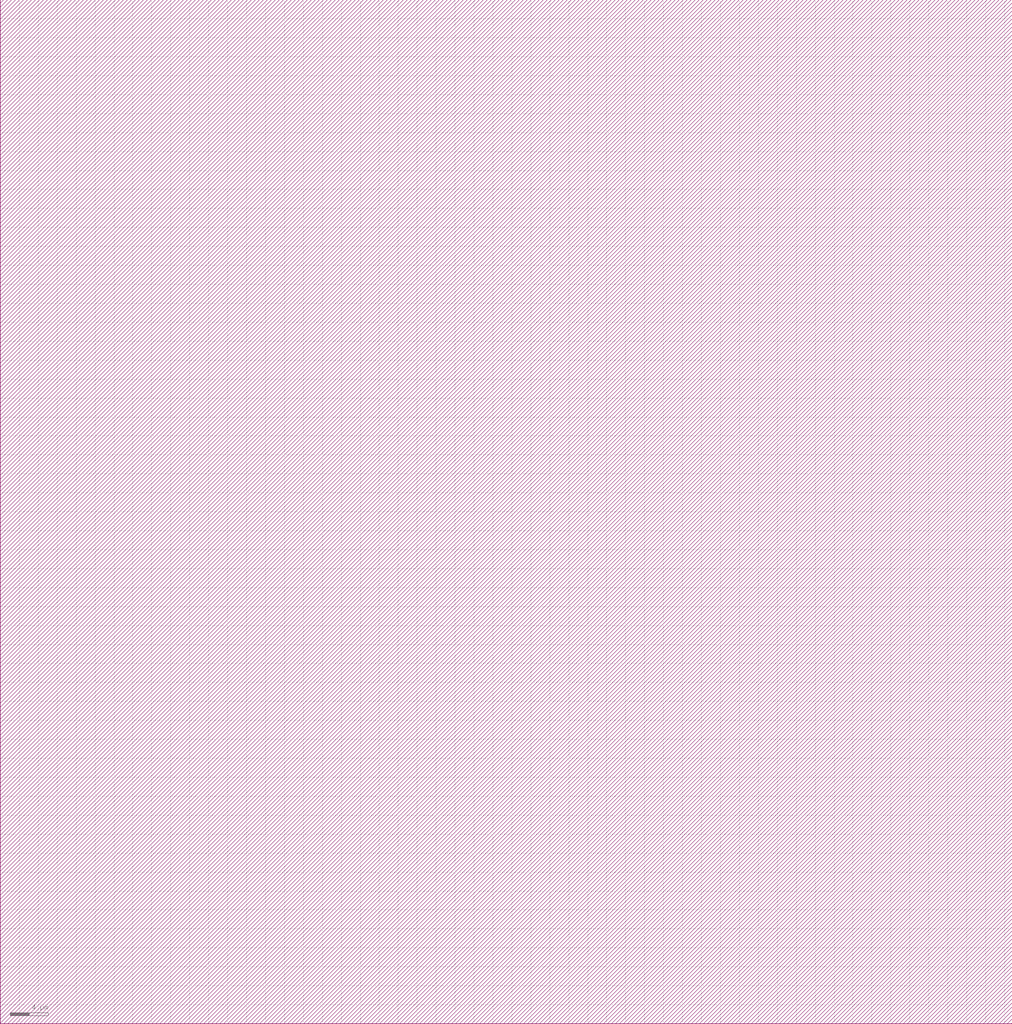
<source format=lef>
VERSION 5.6 ;

BUSBITCHARS "[]" ;

DIVIDERCHAR "/" ;

UNITS
    DATABASE MICRONS 1000 ;
END UNITS

MANUFACTURINGGRID 0.005000 ; 

CLEARANCEMEASURE EUCLIDEAN ; 

USEMINSPACING OBS ON ; 

SITE CoreSite
    CLASS CORE ;
    SIZE 0.600000 BY 0.300000 ;
END CoreSite

LAYER li
   TYPE ROUTING ;
   DIRECTION VERTICAL ;
   MINWIDTH 0.300000 ;
   AREA 0.056250 ;
   WIDTH 0.300000 ;
   SPACINGTABLE
      PARALLELRUNLENGTH 0.0
      WIDTH 0.0 0.225000 ;
   PITCH 0.600000 0.600000 ;
END li

LAYER mcon
    TYPE CUT ;
    SPACING 0.225000 ;
    WIDTH 0.300000 ;
    ENCLOSURE ABOVE 0.075000 0.075000 ;
    ENCLOSURE BELOW 0.000000 0.000000 ;
END mcon

LAYER met1
   TYPE ROUTING ;
   DIRECTION HORIZONTAL ;
   MINWIDTH 0.150000 ;
   AREA 0.084375 ;
   WIDTH 0.150000 ;
   SPACINGTABLE
      PARALLELRUNLENGTH 0.0
      WIDTH 0.0 0.150000 ;
   PITCH 0.300000 0.300000 ;
END met1

LAYER v1
    TYPE CUT ;
    SPACING 0.075000 ;
    WIDTH 0.300000 ;
    ENCLOSURE ABOVE 0.075000 0.075000 ;
    ENCLOSURE BELOW 0.075000 0.075000 ;
END v1

LAYER met2
   TYPE ROUTING ;
   DIRECTION VERTICAL ;
   MINWIDTH 0.150000 ;
   AREA 0.073125 ;
   WIDTH 0.150000 ;
   SPACINGTABLE
      PARALLELRUNLENGTH 0.0
      WIDTH 0.0 0.150000 ;
   PITCH 0.300000 0.300000 ;
END met2

LAYER v2
    TYPE CUT ;
    SPACING 0.150000 ;
    WIDTH 0.300000 ;
    ENCLOSURE ABOVE 0.075000 0.075000 ;
    ENCLOSURE BELOW 0.075000 0.000000 ;
END v2

LAYER met3
   TYPE ROUTING ;
   DIRECTION HORIZONTAL ;
   MINWIDTH 0.300000 ;
   AREA 0.241875 ;
   WIDTH 0.300000 ;
   SPACINGTABLE
      PARALLELRUNLENGTH 0.0
      WIDTH 0.0 0.300000 ;
   PITCH 0.600000 0.600000 ;
END met3

LAYER v3
    TYPE CUT ;
    SPACING 0.150000 ;
    WIDTH 0.450000 ;
    ENCLOSURE ABOVE 0.075000 0.075000 ;
    ENCLOSURE BELOW 0.075000 0.000000 ;
END v3

LAYER met4
   TYPE ROUTING ;
   DIRECTION VERTICAL ;
   MINWIDTH 0.300000 ;
   AREA 0.241875 ;
   WIDTH 0.300000 ;
   SPACINGTABLE
      PARALLELRUNLENGTH 0.0
      WIDTH 0.0 0.300000 ;
   PITCH 0.600000 0.600000 ;
END met4

LAYER v4
    TYPE CUT ;
    SPACING 0.450000 ;
    WIDTH 1.200000 ;
    ENCLOSURE ABOVE 0.150000 0.150000 ;
    ENCLOSURE BELOW 0.000000 0.000000 ;
END v4

LAYER met5
   TYPE ROUTING ;
   DIRECTION HORIZONTAL ;
   MINWIDTH 1.650000 ;
   AREA 4.005000 ;
   WIDTH 1.650000 ;
   SPACINGTABLE
      PARALLELRUNLENGTH 0.0
      WIDTH 0.0 1.650000 ;
   PITCH 3.300000 3.300000 ;
END met5

LAYER OVERLAP
   TYPE OVERLAP ;
END OVERLAP

VIA mcon_C DEFAULT
   LAYER li ;
     RECT -0.150000 -0.150000 0.150000 0.150000 ;
   LAYER mcon ;
     RECT -0.150000 -0.150000 0.150000 0.150000 ;
   LAYER met1 ;
     RECT -0.225000 -0.225000 0.225000 0.225000 ;
END mcon_C

VIA v1_C DEFAULT
   LAYER met1 ;
     RECT -0.225000 -0.225000 0.225000 0.225000 ;
   LAYER v1 ;
     RECT -0.150000 -0.150000 0.150000 0.150000 ;
   LAYER met2 ;
     RECT -0.225000 -0.225000 0.225000 0.225000 ;
END v1_C

VIA v2_C DEFAULT
   LAYER met2 ;
     RECT -0.150000 -0.225000 0.150000 0.225000 ;
   LAYER v2 ;
     RECT -0.150000 -0.150000 0.150000 0.150000 ;
   LAYER met3 ;
     RECT -0.225000 -0.225000 0.225000 0.225000 ;
END v2_C

VIA v2_Ch
   LAYER met2 ;
     RECT -0.225000 -0.150000 0.225000 0.150000 ;
   LAYER v2 ;
     RECT -0.150000 -0.150000 0.150000 0.150000 ;
   LAYER met3 ;
     RECT -0.225000 -0.225000 0.225000 0.225000 ;
END v2_Ch

VIA v2_Cv
   LAYER met2 ;
     RECT -0.150000 -0.225000 0.150000 0.225000 ;
   LAYER v2 ;
     RECT -0.150000 -0.150000 0.150000 0.150000 ;
   LAYER met3 ;
     RECT -0.225000 -0.225000 0.225000 0.225000 ;
END v2_Cv

VIA v3_C DEFAULT
   LAYER met3 ;
     RECT -0.300000 -0.225000 0.300000 0.225000 ;
   LAYER v3 ;
     RECT -0.225000 -0.225000 0.225000 0.225000 ;
   LAYER met4 ;
     RECT -0.300000 -0.300000 0.300000 0.300000 ;
END v3_C

VIA v3_Ch
   LAYER met3 ;
     RECT -0.300000 -0.225000 0.300000 0.225000 ;
   LAYER v3 ;
     RECT -0.225000 -0.225000 0.225000 0.225000 ;
   LAYER met4 ;
     RECT -0.300000 -0.300000 0.300000 0.300000 ;
END v3_Ch

VIA v3_Cv
   LAYER met3 ;
     RECT -0.300000 -0.225000 0.300000 0.225000 ;
   LAYER v3 ;
     RECT -0.225000 -0.225000 0.225000 0.225000 ;
   LAYER met4 ;
     RECT -0.300000 -0.300000 0.300000 0.300000 ;
END v3_Cv

VIA v4_C DEFAULT
   LAYER met4 ;
     RECT -0.600000 -0.600000 0.600000 0.600000 ;
   LAYER v4 ;
     RECT -0.600000 -0.600000 0.600000 0.600000 ;
   LAYER met5 ;
     RECT -0.750000 -0.750000 0.750000 0.750000 ;
END v4_C

MACRO _0_0std_0_0cells_0_0INVX1
    CLASS CORE ;
    FOREIGN _0_0std_0_0cells_0_0INVX1 0.000000 0.000000 ;
    ORIGIN 0.000000 0.000000 ;
    SIZE 1.800000 BY 3.000000 ;
    SYMMETRY X Y ;
    SITE CoreSite ;
    PIN A
        DIRECTION INPUT ;
        USE SIGNAL ;
        PORT
        LAYER li ;
        RECT 1.200000 2.550000 1.500000 2.625000 ;
        RECT 1.200000 2.325000 1.425000 2.550000 ;
        RECT 1.200000 2.100000 1.500000 2.325000 ;
        RECT 1.425000 2.325000 1.500000 2.550000 ;
        END
        ANTENNAGATEAREA 0.157500 ;
    END A
    PIN Y
        DIRECTION OUTPUT ;
        USE SIGNAL ;
        PORT
        LAYER li ;
        RECT 1.200000 0.300000 1.500000 0.600000 ;
        RECT 1.200000 1.725000 1.500000 1.800000 ;
        RECT 1.200000 1.500000 1.425000 1.725000 ;
        RECT 1.200000 0.825000 1.500000 1.500000 ;
        RECT 1.200000 0.600000 1.425000 0.825000 ;
        RECT 1.425000 1.500000 1.500000 1.725000 ;
        RECT 1.425000 0.600000 1.500000 0.825000 ;
        END
        ANTENNADIFFAREA 0.393750 ;
    END Y
    PIN Vdd
        DIRECTION INPUT ;
        USE POWER ;
        PORT
        LAYER li ;
        RECT 0.600000 2.325000 0.900000 2.400000 ;
        RECT 0.600000 2.100000 0.675000 2.325000 ;
        RECT 0.600000 1.950000 0.900000 2.100000 ;
        RECT 0.600000 1.725000 0.675000 1.950000 ;
        RECT 0.600000 1.650000 0.900000 1.725000 ;
        RECT 0.675000 2.100000 0.900000 2.325000 ;
        RECT 0.675000 1.725000 0.900000 1.950000 ;
        LAYER mcon ;
        RECT 0.675000 2.100000 0.900000 2.325000 ;
        LAYER met1 ;
        RECT 0.600000 2.325000 0.975000 2.400000 ;
        RECT 0.600000 2.100000 0.675000 2.325000 ;
        RECT 0.600000 2.025000 0.975000 2.100000 ;
        RECT 0.675000 2.100000 0.900000 2.325000 ;
        RECT 0.900000 2.100000 0.975000 2.325000 ;
        END
        ANTENNADIFFAREA 0.225000 ;
    END Vdd
    PIN GND
        DIRECTION INPUT ;
        USE GROUND ;
        PORT
        LAYER li ;
        RECT 0.600000 0.750000 0.900000 0.825000 ;
        RECT 0.600000 0.525000 0.675000 0.750000 ;
        RECT 0.600000 0.300000 0.900000 0.525000 ;
        RECT 0.675000 0.525000 0.900000 0.750000 ;
        LAYER mcon ;
        RECT 0.675000 0.525000 0.900000 0.750000 ;
        LAYER met1 ;
        RECT 0.600000 0.750000 0.975000 0.825000 ;
        RECT 0.600000 0.525000 0.675000 0.750000 ;
        RECT 0.600000 0.450000 0.975000 0.525000 ;
        RECT 0.675000 0.525000 0.900000 0.750000 ;
        RECT 0.900000 0.525000 0.975000 0.750000 ;
        END
        ANTENNADIFFAREA 0.168750 ;
    END GND
END _0_0std_0_0cells_0_0INVX1

MACRO welltap_svt
    CLASS CORE WELLTAP ;
    FOREIGN welltap_svt 0.000000 0.000000 ;
    ORIGIN 0.000000 0.000000 ;
    SIZE 1.200000 BY 2.100000 ;
    SYMMETRY X Y ;
    SITE CoreSite ;
    PIN Vdd
        DIRECTION INPUT ;
        USE POWER ;
        PORT
        LAYER li ;
        RECT 0.600000 1.500000 0.900000 1.800000 ;
        END
    END Vdd
    PIN GND
        DIRECTION INPUT ;
        USE GROUND ;
        PORT
        LAYER li ;
        RECT 0.600000 0.300000 0.900000 0.600000 ;
        END
    END GND
END welltap_svt

MACRO circuitppnp
   CLASS CORE ;
   FOREIGN circuitppnp 0.000000 0.000000 ;
   ORIGIN 0.000000 0.000000 ; 
   SIZE 106.800000 BY 108.000000 ; 
   SYMMETRY X Y ;
   SITE CoreSite ;
END circuitppnp

MACRO circuitwell
   CLASS CORE ;
   FOREIGN circuitwell 0.000000 0.000000 ;
   ORIGIN 0.000000 0.000000 ; 
   SIZE 106.800000 BY 108.000000 ; 
   SYMMETRY X Y ;
   SITE CoreSite ;
END circuitwell


</source>
